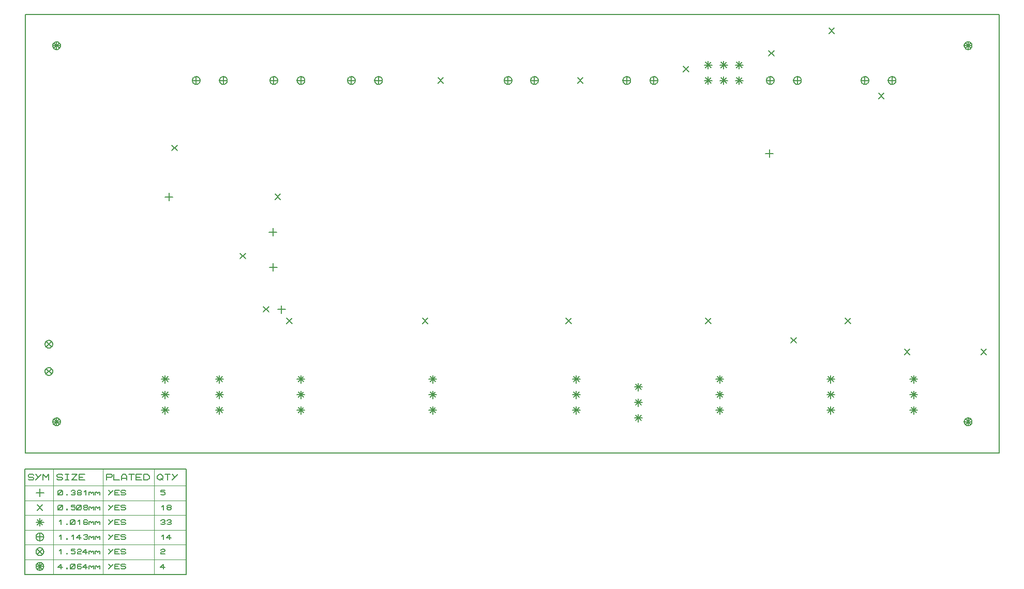
<source format=gbr>
G04 PROTEUS RS274X GERBER FILE*
%FSLAX45Y45*%
%MOMM*%
G01*
%ADD41C,0.203200*%
%ADD118C,0.127000*%
%ADD119C,0.063500*%
D41*
X-3379970Y-575928D02*
X-3379970Y-702928D01*
X-3443470Y-639428D02*
X-3316470Y-639428D01*
X-3374955Y-1151692D02*
X-3374955Y-1278692D01*
X-3438455Y-1215192D02*
X-3311455Y-1215192D01*
X-3238500Y-1841500D02*
X-3238500Y-1968500D01*
X-3302000Y-1905000D02*
X-3175000Y-1905000D01*
X-679901Y+1886401D02*
X-590099Y+1796599D01*
X-679901Y+1796599D02*
X-590099Y+1886401D01*
X+1606099Y+1886401D02*
X+1695901Y+1796599D01*
X+1606099Y+1796599D02*
X+1695901Y+1886401D01*
X+3338880Y+2072953D02*
X+3428682Y+1983151D01*
X+3338880Y+1983151D02*
X+3428682Y+2072953D01*
X-5034253Y+781034D02*
X-4944451Y+691232D01*
X-5034253Y+691232D02*
X-4944451Y+781034D01*
X-3346901Y-18599D02*
X-3257099Y-108401D01*
X-3346901Y-108401D02*
X-3257099Y-18599D01*
X+8210099Y-2558599D02*
X+8299901Y-2648401D01*
X+8210099Y-2648401D02*
X+8299901Y-2558599D01*
X+5987599Y-2050599D02*
X+6077401Y-2140401D01*
X+5987599Y-2140401D02*
X+6077401Y-2050599D01*
X+3701599Y-2050599D02*
X+3791401Y-2140401D01*
X+3701599Y-2140401D02*
X+3791401Y-2050599D01*
X+1415599Y-2050599D02*
X+1505401Y-2140401D01*
X+1415599Y-2140401D02*
X+1505401Y-2050599D01*
X-933901Y-2050599D02*
X-844099Y-2140401D01*
X-933901Y-2140401D02*
X-844099Y-2050599D01*
X-3156401Y-2050599D02*
X-3066599Y-2140401D01*
X-3156401Y-2140401D02*
X-3066599Y-2050599D01*
X-3537401Y-1860099D02*
X-3447599Y-1949901D01*
X-3537401Y-1949901D02*
X-3447599Y-1860099D01*
X-3918401Y-986465D02*
X-3828599Y-1076267D01*
X-3918401Y-1076267D02*
X-3828599Y-986465D01*
X-5080000Y+0D02*
X-5080000Y-127000D01*
X-5143500Y-63500D02*
X-5016500Y-63500D01*
X+5098599Y-2368099D02*
X+5188401Y-2457901D01*
X+5098599Y-2457901D02*
X+5188401Y-2368099D01*
X+6958588Y-2557396D02*
X+7048390Y-2647198D01*
X+6958588Y-2647198D02*
X+7048390Y-2557396D01*
X+4749800Y+711200D02*
X+4749800Y+584200D01*
X+4686300Y+647700D02*
X+4813300Y+647700D01*
X+5720899Y+2699201D02*
X+5810701Y+2609399D01*
X+5720899Y+2609399D02*
X+5810701Y+2699201D01*
X+6533699Y+1632401D02*
X+6623501Y+1542599D01*
X+6533699Y+1542599D02*
X+6623501Y+1632401D01*
X+4734247Y+2330901D02*
X+4824049Y+2241099D01*
X+4734247Y+2241099D02*
X+4824049Y+2330901D01*
X-6985000Y-2476500D02*
X-6985217Y-2471253D01*
X-6986982Y-2460758D01*
X-6990674Y-2450263D01*
X-6996702Y-2439768D01*
X-7005924Y-2429388D01*
X-7016419Y-2421700D01*
X-7026914Y-2416782D01*
X-7037409Y-2413976D01*
X-7047904Y-2413003D01*
X-7048500Y-2413000D01*
X-7112000Y-2476500D02*
X-7111783Y-2471253D01*
X-7110018Y-2460758D01*
X-7106326Y-2450263D01*
X-7100298Y-2439768D01*
X-7091076Y-2429388D01*
X-7080581Y-2421700D01*
X-7070086Y-2416782D01*
X-7059591Y-2413976D01*
X-7049096Y-2413003D01*
X-7048500Y-2413000D01*
X-7112000Y-2476500D02*
X-7111783Y-2481747D01*
X-7110018Y-2492242D01*
X-7106326Y-2502737D01*
X-7100298Y-2513232D01*
X-7091076Y-2523612D01*
X-7080581Y-2531300D01*
X-7070086Y-2536218D01*
X-7059591Y-2539024D01*
X-7049096Y-2539997D01*
X-7048500Y-2540000D01*
X-6985000Y-2476500D02*
X-6985217Y-2481747D01*
X-6986982Y-2492242D01*
X-6990674Y-2502737D01*
X-6996702Y-2513232D01*
X-7005924Y-2523612D01*
X-7016419Y-2531300D01*
X-7026914Y-2536218D01*
X-7037409Y-2539024D01*
X-7047904Y-2539997D01*
X-7048500Y-2540000D01*
X-7093401Y-2431599D02*
X-7003599Y-2521401D01*
X-7093401Y-2521401D02*
X-7003599Y-2431599D01*
X-6985000Y-2921000D02*
X-6985217Y-2915753D01*
X-6986982Y-2905258D01*
X-6990674Y-2894763D01*
X-6996702Y-2884268D01*
X-7005924Y-2873888D01*
X-7016419Y-2866200D01*
X-7026914Y-2861282D01*
X-7037409Y-2858476D01*
X-7047904Y-2857503D01*
X-7048500Y-2857500D01*
X-7112000Y-2921000D02*
X-7111783Y-2915753D01*
X-7110018Y-2905258D01*
X-7106326Y-2894763D01*
X-7100298Y-2884268D01*
X-7091076Y-2873888D01*
X-7080581Y-2866200D01*
X-7070086Y-2861282D01*
X-7059591Y-2858476D01*
X-7049096Y-2857503D01*
X-7048500Y-2857500D01*
X-7112000Y-2921000D02*
X-7111783Y-2926247D01*
X-7110018Y-2936742D01*
X-7106326Y-2947237D01*
X-7100298Y-2957732D01*
X-7091076Y-2968112D01*
X-7080581Y-2975800D01*
X-7070086Y-2980718D01*
X-7059591Y-2983524D01*
X-7049096Y-2984497D01*
X-7048500Y-2984500D01*
X-6985000Y-2921000D02*
X-6985217Y-2926247D01*
X-6986982Y-2936742D01*
X-6990674Y-2947237D01*
X-6996702Y-2957732D01*
X-7005924Y-2968112D01*
X-7016419Y-2975800D01*
X-7026914Y-2980718D01*
X-7037409Y-2983524D01*
X-7047904Y-2984497D01*
X-7048500Y-2984500D01*
X-7093401Y-2876099D02*
X-7003599Y-2965901D01*
X-7093401Y-2965901D02*
X-7003599Y-2876099D01*
X-2032000Y+1841500D02*
X-2032217Y+1846747D01*
X-2033982Y+1857242D01*
X-2037674Y+1867737D01*
X-2043702Y+1878232D01*
X-2052924Y+1888612D01*
X-2063419Y+1896300D01*
X-2073914Y+1901218D01*
X-2084409Y+1904024D01*
X-2094904Y+1904997D01*
X-2095500Y+1905000D01*
X-2159000Y+1841500D02*
X-2158783Y+1846747D01*
X-2157018Y+1857242D01*
X-2153326Y+1867737D01*
X-2147298Y+1878232D01*
X-2138076Y+1888612D01*
X-2127581Y+1896300D01*
X-2117086Y+1901218D01*
X-2106591Y+1904024D01*
X-2096096Y+1904997D01*
X-2095500Y+1905000D01*
X-2159000Y+1841500D02*
X-2158783Y+1836253D01*
X-2157018Y+1825758D01*
X-2153326Y+1815263D01*
X-2147298Y+1804768D01*
X-2138076Y+1794388D01*
X-2127581Y+1786700D01*
X-2117086Y+1781782D01*
X-2106591Y+1778976D01*
X-2096096Y+1778003D01*
X-2095500Y+1778000D01*
X-2032000Y+1841500D02*
X-2032217Y+1836253D01*
X-2033982Y+1825758D01*
X-2037674Y+1815263D01*
X-2043702Y+1804768D01*
X-2052924Y+1794388D01*
X-2063419Y+1786700D01*
X-2073914Y+1781782D01*
X-2084409Y+1778976D01*
X-2094904Y+1778003D01*
X-2095500Y+1778000D01*
X-2095500Y+1905000D02*
X-2095500Y+1778000D01*
X-2159000Y+1841500D02*
X-2032000Y+1841500D01*
X-1587500Y+1841500D02*
X-1587717Y+1846747D01*
X-1589482Y+1857242D01*
X-1593174Y+1867737D01*
X-1599202Y+1878232D01*
X-1608424Y+1888612D01*
X-1618919Y+1896300D01*
X-1629414Y+1901218D01*
X-1639909Y+1904024D01*
X-1650404Y+1904997D01*
X-1651000Y+1905000D01*
X-1714500Y+1841500D02*
X-1714283Y+1846747D01*
X-1712518Y+1857242D01*
X-1708826Y+1867737D01*
X-1702798Y+1878232D01*
X-1693576Y+1888612D01*
X-1683081Y+1896300D01*
X-1672586Y+1901218D01*
X-1662091Y+1904024D01*
X-1651596Y+1904997D01*
X-1651000Y+1905000D01*
X-1714500Y+1841500D02*
X-1714283Y+1836253D01*
X-1712518Y+1825758D01*
X-1708826Y+1815263D01*
X-1702798Y+1804768D01*
X-1693576Y+1794388D01*
X-1683081Y+1786700D01*
X-1672586Y+1781782D01*
X-1662091Y+1778976D01*
X-1651596Y+1778003D01*
X-1651000Y+1778000D01*
X-1587500Y+1841500D02*
X-1587717Y+1836253D01*
X-1589482Y+1825758D01*
X-1593174Y+1815263D01*
X-1599202Y+1804768D01*
X-1608424Y+1794388D01*
X-1618919Y+1786700D01*
X-1629414Y+1781782D01*
X-1639909Y+1778976D01*
X-1650404Y+1778003D01*
X-1651000Y+1778000D01*
X-1651000Y+1905000D02*
X-1651000Y+1778000D01*
X-1714500Y+1841500D02*
X-1587500Y+1841500D01*
X-2921000Y-3492500D02*
X-2921000Y-3619500D01*
X-2984500Y-3556000D02*
X-2857500Y-3556000D01*
X-2965901Y-3511099D02*
X-2876099Y-3600901D01*
X-2965901Y-3600901D02*
X-2876099Y-3511099D01*
X-2921000Y-2984500D02*
X-2921000Y-3111500D01*
X-2984500Y-3048000D02*
X-2857500Y-3048000D01*
X-2965901Y-3003099D02*
X-2876099Y-3092901D01*
X-2965901Y-3092901D02*
X-2876099Y-3003099D01*
X-2921000Y-3238500D02*
X-2921000Y-3365500D01*
X-2984500Y-3302000D02*
X-2857500Y-3302000D01*
X-2965901Y-3257099D02*
X-2876099Y-3346901D01*
X-2965901Y-3346901D02*
X-2876099Y-3257099D01*
X+965200Y+1841500D02*
X+964983Y+1846747D01*
X+963218Y+1857242D01*
X+959526Y+1867737D01*
X+953498Y+1878232D01*
X+944276Y+1888612D01*
X+933781Y+1896300D01*
X+923286Y+1901218D01*
X+912791Y+1904024D01*
X+902296Y+1904997D01*
X+901700Y+1905000D01*
X+838200Y+1841500D02*
X+838417Y+1846747D01*
X+840182Y+1857242D01*
X+843874Y+1867737D01*
X+849902Y+1878232D01*
X+859124Y+1888612D01*
X+869619Y+1896300D01*
X+880114Y+1901218D01*
X+890609Y+1904024D01*
X+901104Y+1904997D01*
X+901700Y+1905000D01*
X+838200Y+1841500D02*
X+838417Y+1836253D01*
X+840182Y+1825758D01*
X+843874Y+1815263D01*
X+849902Y+1804768D01*
X+859124Y+1794388D01*
X+869619Y+1786700D01*
X+880114Y+1781782D01*
X+890609Y+1778976D01*
X+901104Y+1778003D01*
X+901700Y+1778000D01*
X+965200Y+1841500D02*
X+964983Y+1836253D01*
X+963218Y+1825758D01*
X+959526Y+1815263D01*
X+953498Y+1804768D01*
X+944276Y+1794388D01*
X+933781Y+1786700D01*
X+923286Y+1781782D01*
X+912791Y+1778976D01*
X+902296Y+1778003D01*
X+901700Y+1778000D01*
X+901700Y+1905000D02*
X+901700Y+1778000D01*
X+838200Y+1841500D02*
X+965200Y+1841500D01*
X-762000Y-3492500D02*
X-762000Y-3619500D01*
X-825500Y-3556000D02*
X-698500Y-3556000D01*
X-806901Y-3511099D02*
X-717099Y-3600901D01*
X-806901Y-3600901D02*
X-717099Y-3511099D01*
X-762000Y-3238500D02*
X-762000Y-3365500D01*
X-825500Y-3302000D02*
X-698500Y-3302000D01*
X-806901Y-3257099D02*
X-717099Y-3346901D01*
X-806901Y-3346901D02*
X-717099Y-3257099D01*
X-762000Y-2984500D02*
X-762000Y-3111500D01*
X-825500Y-3048000D02*
X-698500Y-3048000D01*
X-806901Y-3003099D02*
X-717099Y-3092901D01*
X-806901Y-3092901D02*
X-717099Y-3003099D01*
X+1587500Y-3238500D02*
X+1587500Y-3365500D01*
X+1524000Y-3302000D02*
X+1651000Y-3302000D01*
X+1542599Y-3257099D02*
X+1632401Y-3346901D01*
X+1542599Y-3346901D02*
X+1632401Y-3257099D01*
X+1587500Y-3492500D02*
X+1587500Y-3619500D01*
X+1524000Y-3556000D02*
X+1651000Y-3556000D01*
X+1542599Y-3511099D02*
X+1632401Y-3600901D01*
X+1542599Y-3600901D02*
X+1632401Y-3511099D01*
X+1587500Y-2984500D02*
X+1587500Y-3111500D01*
X+1524000Y-3048000D02*
X+1651000Y-3048000D01*
X+1542599Y-3003099D02*
X+1632401Y-3092901D01*
X+1542599Y-3092901D02*
X+1632401Y-3003099D01*
X+2921000Y+1841500D02*
X+2920783Y+1846747D01*
X+2919018Y+1857242D01*
X+2915326Y+1867737D01*
X+2909298Y+1878232D01*
X+2900076Y+1888612D01*
X+2889581Y+1896300D01*
X+2879086Y+1901218D01*
X+2868591Y+1904024D01*
X+2858096Y+1904997D01*
X+2857500Y+1905000D01*
X+2794000Y+1841500D02*
X+2794217Y+1846747D01*
X+2795982Y+1857242D01*
X+2799674Y+1867737D01*
X+2805702Y+1878232D01*
X+2814924Y+1888612D01*
X+2825419Y+1896300D01*
X+2835914Y+1901218D01*
X+2846409Y+1904024D01*
X+2856904Y+1904997D01*
X+2857500Y+1905000D01*
X+2794000Y+1841500D02*
X+2794217Y+1836253D01*
X+2795982Y+1825758D01*
X+2799674Y+1815263D01*
X+2805702Y+1804768D01*
X+2814924Y+1794388D01*
X+2825419Y+1786700D01*
X+2835914Y+1781782D01*
X+2846409Y+1778976D01*
X+2856904Y+1778003D01*
X+2857500Y+1778000D01*
X+2921000Y+1841500D02*
X+2920783Y+1836253D01*
X+2919018Y+1825758D01*
X+2915326Y+1815263D01*
X+2909298Y+1804768D01*
X+2900076Y+1794388D01*
X+2889581Y+1786700D01*
X+2879086Y+1781782D01*
X+2868591Y+1778976D01*
X+2858096Y+1778003D01*
X+2857500Y+1778000D01*
X+2857500Y+1905000D02*
X+2857500Y+1778000D01*
X+2794000Y+1841500D02*
X+2921000Y+1841500D01*
X+3937000Y-3492500D02*
X+3937000Y-3619500D01*
X+3873500Y-3556000D02*
X+4000500Y-3556000D01*
X+3892099Y-3511099D02*
X+3981901Y-3600901D01*
X+3892099Y-3600901D02*
X+3981901Y-3511099D01*
X+5753100Y-3492500D02*
X+5753100Y-3619500D01*
X+5689600Y-3556000D02*
X+5816600Y-3556000D01*
X+5708199Y-3511099D02*
X+5798001Y-3600901D01*
X+5708199Y-3600901D02*
X+5798001Y-3511099D01*
X+3937000Y-2984500D02*
X+3937000Y-3111500D01*
X+3873500Y-3048000D02*
X+4000500Y-3048000D01*
X+3892099Y-3003099D02*
X+3981901Y-3092901D01*
X+3892099Y-3092901D02*
X+3981901Y-3003099D01*
X+5753100Y-2984500D02*
X+5753100Y-3111500D01*
X+5689600Y-3048000D02*
X+5816600Y-3048000D01*
X+5708199Y-3003099D02*
X+5798001Y-3092901D01*
X+5708199Y-3092901D02*
X+5798001Y-3003099D01*
X+3937000Y-3238500D02*
X+3937000Y-3365500D01*
X+3873500Y-3302000D02*
X+4000500Y-3302000D01*
X+3892099Y-3257099D02*
X+3981901Y-3346901D01*
X+3892099Y-3346901D02*
X+3981901Y-3257099D01*
X+5753100Y-3238500D02*
X+5753100Y-3365500D01*
X+5689600Y-3302000D02*
X+5816600Y-3302000D01*
X+5708199Y-3257099D02*
X+5798001Y-3346901D01*
X+5708199Y-3346901D02*
X+5798001Y-3257099D01*
X+5270500Y+1841500D02*
X+5270283Y+1846747D01*
X+5268518Y+1857242D01*
X+5264826Y+1867737D01*
X+5258798Y+1878232D01*
X+5249576Y+1888612D01*
X+5239081Y+1896300D01*
X+5228586Y+1901218D01*
X+5218091Y+1904024D01*
X+5207596Y+1904997D01*
X+5207000Y+1905000D01*
X+5143500Y+1841500D02*
X+5143717Y+1846747D01*
X+5145482Y+1857242D01*
X+5149174Y+1867737D01*
X+5155202Y+1878232D01*
X+5164424Y+1888612D01*
X+5174919Y+1896300D01*
X+5185414Y+1901218D01*
X+5195909Y+1904024D01*
X+5206404Y+1904997D01*
X+5207000Y+1905000D01*
X+5143500Y+1841500D02*
X+5143717Y+1836253D01*
X+5145482Y+1825758D01*
X+5149174Y+1815263D01*
X+5155202Y+1804768D01*
X+5164424Y+1794388D01*
X+5174919Y+1786700D01*
X+5185414Y+1781782D01*
X+5195909Y+1778976D01*
X+5206404Y+1778003D01*
X+5207000Y+1778000D01*
X+5270500Y+1841500D02*
X+5270283Y+1836253D01*
X+5268518Y+1825758D01*
X+5264826Y+1815263D01*
X+5258798Y+1804768D01*
X+5249576Y+1794388D01*
X+5239081Y+1786700D01*
X+5228586Y+1781782D01*
X+5218091Y+1778976D01*
X+5207596Y+1778003D01*
X+5207000Y+1778000D01*
X+5207000Y+1905000D02*
X+5207000Y+1778000D01*
X+5143500Y+1841500D02*
X+5270500Y+1841500D01*
X+6819900Y+1841500D02*
X+6819683Y+1846747D01*
X+6817918Y+1857242D01*
X+6814226Y+1867737D01*
X+6808198Y+1878232D01*
X+6798976Y+1888612D01*
X+6788481Y+1896300D01*
X+6777986Y+1901218D01*
X+6767491Y+1904024D01*
X+6756996Y+1904997D01*
X+6756400Y+1905000D01*
X+6692900Y+1841500D02*
X+6693117Y+1846747D01*
X+6694882Y+1857242D01*
X+6698574Y+1867737D01*
X+6704602Y+1878232D01*
X+6713824Y+1888612D01*
X+6724319Y+1896300D01*
X+6734814Y+1901218D01*
X+6745309Y+1904024D01*
X+6755804Y+1904997D01*
X+6756400Y+1905000D01*
X+6692900Y+1841500D02*
X+6693117Y+1836253D01*
X+6694882Y+1825758D01*
X+6698574Y+1815263D01*
X+6704602Y+1804768D01*
X+6713824Y+1794388D01*
X+6724319Y+1786700D01*
X+6734814Y+1781782D01*
X+6745309Y+1778976D01*
X+6755804Y+1778003D01*
X+6756400Y+1778000D01*
X+6819900Y+1841500D02*
X+6819683Y+1836253D01*
X+6817918Y+1825758D01*
X+6814226Y+1815263D01*
X+6808198Y+1804768D01*
X+6798976Y+1794388D01*
X+6788481Y+1786700D01*
X+6777986Y+1781782D01*
X+6767491Y+1778976D01*
X+6756996Y+1778003D01*
X+6756400Y+1778000D01*
X+6756400Y+1905000D02*
X+6756400Y+1778000D01*
X+6692900Y+1841500D02*
X+6819900Y+1841500D01*
X+7112000Y-3238500D02*
X+7112000Y-3365500D01*
X+7048500Y-3302000D02*
X+7175500Y-3302000D01*
X+7067099Y-3257099D02*
X+7156901Y-3346901D01*
X+7067099Y-3346901D02*
X+7156901Y-3257099D01*
X+7112000Y-3492500D02*
X+7112000Y-3619500D01*
X+7048500Y-3556000D02*
X+7175500Y-3556000D01*
X+7067099Y-3511099D02*
X+7156901Y-3600901D01*
X+7067099Y-3600901D02*
X+7156901Y-3511099D01*
X+7112000Y-2984500D02*
X+7112000Y-3111500D01*
X+7048500Y-3048000D02*
X+7175500Y-3048000D01*
X+7067099Y-3003099D02*
X+7156901Y-3092901D01*
X+7067099Y-3092901D02*
X+7156901Y-3003099D01*
X+6375400Y+1841500D02*
X+6375183Y+1846747D01*
X+6373418Y+1857242D01*
X+6369726Y+1867737D01*
X+6363698Y+1878232D01*
X+6354476Y+1888612D01*
X+6343981Y+1896300D01*
X+6333486Y+1901218D01*
X+6322991Y+1904024D01*
X+6312496Y+1904997D01*
X+6311900Y+1905000D01*
X+6248400Y+1841500D02*
X+6248617Y+1846747D01*
X+6250382Y+1857242D01*
X+6254074Y+1867737D01*
X+6260102Y+1878232D01*
X+6269324Y+1888612D01*
X+6279819Y+1896300D01*
X+6290314Y+1901218D01*
X+6300809Y+1904024D01*
X+6311304Y+1904997D01*
X+6311900Y+1905000D01*
X+6248400Y+1841500D02*
X+6248617Y+1836253D01*
X+6250382Y+1825758D01*
X+6254074Y+1815263D01*
X+6260102Y+1804768D01*
X+6269324Y+1794388D01*
X+6279819Y+1786700D01*
X+6290314Y+1781782D01*
X+6300809Y+1778976D01*
X+6311304Y+1778003D01*
X+6311900Y+1778000D01*
X+6375400Y+1841500D02*
X+6375183Y+1836253D01*
X+6373418Y+1825758D01*
X+6369726Y+1815263D01*
X+6363698Y+1804768D01*
X+6354476Y+1794388D01*
X+6343981Y+1786700D01*
X+6333486Y+1781782D01*
X+6322991Y+1778976D01*
X+6312496Y+1778003D01*
X+6311900Y+1778000D01*
X+6311900Y+1905000D02*
X+6311900Y+1778000D01*
X+6248400Y+1841500D02*
X+6375400Y+1841500D01*
X-4254500Y-3492500D02*
X-4254500Y-3619500D01*
X-4318000Y-3556000D02*
X-4191000Y-3556000D01*
X-4299401Y-3511099D02*
X-4209599Y-3600901D01*
X-4299401Y-3600901D02*
X-4209599Y-3511099D01*
X-6858000Y-3746500D02*
X-6858217Y-3741253D01*
X-6859982Y-3730758D01*
X-6863674Y-3720263D01*
X-6869702Y-3709768D01*
X-6878924Y-3699388D01*
X-6889419Y-3691700D01*
X-6899914Y-3686782D01*
X-6910409Y-3683976D01*
X-6920904Y-3683003D01*
X-6921500Y-3683000D01*
X-6985000Y-3746500D02*
X-6984783Y-3741253D01*
X-6983018Y-3730758D01*
X-6979326Y-3720263D01*
X-6973298Y-3709768D01*
X-6964076Y-3699388D01*
X-6953581Y-3691700D01*
X-6943086Y-3686782D01*
X-6932591Y-3683976D01*
X-6922096Y-3683003D01*
X-6921500Y-3683000D01*
X-6985000Y-3746500D02*
X-6984783Y-3751747D01*
X-6983018Y-3762242D01*
X-6979326Y-3772737D01*
X-6973298Y-3783232D01*
X-6964076Y-3793612D01*
X-6953581Y-3801300D01*
X-6943086Y-3806218D01*
X-6932591Y-3809024D01*
X-6922096Y-3809997D01*
X-6921500Y-3810000D01*
X-6858000Y-3746500D02*
X-6858217Y-3751747D01*
X-6859982Y-3762242D01*
X-6863674Y-3772737D01*
X-6869702Y-3783232D01*
X-6878924Y-3793612D01*
X-6889419Y-3801300D01*
X-6899914Y-3806218D01*
X-6910409Y-3809024D01*
X-6920904Y-3809997D01*
X-6921500Y-3810000D01*
X-6921500Y-3683000D02*
X-6921500Y-3810000D01*
X-6985000Y-3746500D02*
X-6858000Y-3746500D01*
X-6858217Y-3741253D01*
X-6859982Y-3730758D01*
X-6863674Y-3720263D01*
X-6869702Y-3709768D01*
X-6878924Y-3699388D01*
X-6889419Y-3691700D01*
X-6899914Y-3686782D01*
X-6910409Y-3683976D01*
X-6920904Y-3683003D01*
X-6921500Y-3683000D01*
X-6985000Y-3746500D02*
X-6984783Y-3741253D01*
X-6983018Y-3730758D01*
X-6979326Y-3720263D01*
X-6973298Y-3709768D01*
X-6964076Y-3699388D01*
X-6953581Y-3691700D01*
X-6943086Y-3686782D01*
X-6932591Y-3683976D01*
X-6922096Y-3683003D01*
X-6921500Y-3683000D01*
X-6985000Y-3746500D02*
X-6984783Y-3751747D01*
X-6983018Y-3762242D01*
X-6979326Y-3772737D01*
X-6973298Y-3783232D01*
X-6964076Y-3793612D01*
X-6953581Y-3801300D01*
X-6943086Y-3806218D01*
X-6932591Y-3809024D01*
X-6922096Y-3809997D01*
X-6921500Y-3810000D01*
X-6858000Y-3746500D02*
X-6858217Y-3751747D01*
X-6859982Y-3762242D01*
X-6863674Y-3772737D01*
X-6869702Y-3783232D01*
X-6878924Y-3793612D01*
X-6889419Y-3801300D01*
X-6899914Y-3806218D01*
X-6910409Y-3809024D01*
X-6920904Y-3809997D01*
X-6921500Y-3810000D01*
X-6966401Y-3701599D02*
X-6876599Y-3791401D01*
X-6966401Y-3791401D02*
X-6876599Y-3701599D01*
X-6858000Y+2413000D02*
X-6858217Y+2418247D01*
X-6859982Y+2428742D01*
X-6863674Y+2439237D01*
X-6869702Y+2449732D01*
X-6878924Y+2460112D01*
X-6889419Y+2467800D01*
X-6899914Y+2472718D01*
X-6910409Y+2475524D01*
X-6920904Y+2476497D01*
X-6921500Y+2476500D01*
X-6985000Y+2413000D02*
X-6984783Y+2418247D01*
X-6983018Y+2428742D01*
X-6979326Y+2439237D01*
X-6973298Y+2449732D01*
X-6964076Y+2460112D01*
X-6953581Y+2467800D01*
X-6943086Y+2472718D01*
X-6932591Y+2475524D01*
X-6922096Y+2476497D01*
X-6921500Y+2476500D01*
X-6985000Y+2413000D02*
X-6984783Y+2407753D01*
X-6983018Y+2397258D01*
X-6979326Y+2386763D01*
X-6973298Y+2376268D01*
X-6964076Y+2365888D01*
X-6953581Y+2358200D01*
X-6943086Y+2353282D01*
X-6932591Y+2350476D01*
X-6922096Y+2349503D01*
X-6921500Y+2349500D01*
X-6858000Y+2413000D02*
X-6858217Y+2407753D01*
X-6859982Y+2397258D01*
X-6863674Y+2386763D01*
X-6869702Y+2376268D01*
X-6878924Y+2365888D01*
X-6889419Y+2358200D01*
X-6899914Y+2353282D01*
X-6910409Y+2350476D01*
X-6920904Y+2349503D01*
X-6921500Y+2349500D01*
X-6921500Y+2476500D02*
X-6921500Y+2349500D01*
X-6985000Y+2413000D02*
X-6858000Y+2413000D01*
X-6858217Y+2418247D01*
X-6859982Y+2428742D01*
X-6863674Y+2439237D01*
X-6869702Y+2449732D01*
X-6878924Y+2460112D01*
X-6889419Y+2467800D01*
X-6899914Y+2472718D01*
X-6910409Y+2475524D01*
X-6920904Y+2476497D01*
X-6921500Y+2476500D01*
X-6985000Y+2413000D02*
X-6984783Y+2418247D01*
X-6983018Y+2428742D01*
X-6979326Y+2439237D01*
X-6973298Y+2449732D01*
X-6964076Y+2460112D01*
X-6953581Y+2467800D01*
X-6943086Y+2472718D01*
X-6932591Y+2475524D01*
X-6922096Y+2476497D01*
X-6921500Y+2476500D01*
X-6985000Y+2413000D02*
X-6984783Y+2407753D01*
X-6983018Y+2397258D01*
X-6979326Y+2386763D01*
X-6973298Y+2376268D01*
X-6964076Y+2365888D01*
X-6953581Y+2358200D01*
X-6943086Y+2353282D01*
X-6932591Y+2350476D01*
X-6922096Y+2349503D01*
X-6921500Y+2349500D01*
X-6858000Y+2413000D02*
X-6858217Y+2407753D01*
X-6859982Y+2397258D01*
X-6863674Y+2386763D01*
X-6869702Y+2376268D01*
X-6878924Y+2365888D01*
X-6889419Y+2358200D01*
X-6899914Y+2353282D01*
X-6910409Y+2350476D01*
X-6920904Y+2349503D01*
X-6921500Y+2349500D01*
X-6966401Y+2457901D02*
X-6876599Y+2368099D01*
X-6966401Y+2368099D02*
X-6876599Y+2457901D01*
X+8064500Y+2413000D02*
X+8064283Y+2418247D01*
X+8062518Y+2428742D01*
X+8058826Y+2439237D01*
X+8052798Y+2449732D01*
X+8043576Y+2460112D01*
X+8033081Y+2467800D01*
X+8022586Y+2472718D01*
X+8012091Y+2475524D01*
X+8001596Y+2476497D01*
X+8001000Y+2476500D01*
X+7937500Y+2413000D02*
X+7937717Y+2418247D01*
X+7939482Y+2428742D01*
X+7943174Y+2439237D01*
X+7949202Y+2449732D01*
X+7958424Y+2460112D01*
X+7968919Y+2467800D01*
X+7979414Y+2472718D01*
X+7989909Y+2475524D01*
X+8000404Y+2476497D01*
X+8001000Y+2476500D01*
X+7937500Y+2413000D02*
X+7937717Y+2407753D01*
X+7939482Y+2397258D01*
X+7943174Y+2386763D01*
X+7949202Y+2376268D01*
X+7958424Y+2365888D01*
X+7968919Y+2358200D01*
X+7979414Y+2353282D01*
X+7989909Y+2350476D01*
X+8000404Y+2349503D01*
X+8001000Y+2349500D01*
X+8064500Y+2413000D02*
X+8064283Y+2407753D01*
X+8062518Y+2397258D01*
X+8058826Y+2386763D01*
X+8052798Y+2376268D01*
X+8043576Y+2365888D01*
X+8033081Y+2358200D01*
X+8022586Y+2353282D01*
X+8012091Y+2350476D01*
X+8001596Y+2349503D01*
X+8001000Y+2349500D01*
X+8001000Y+2476500D02*
X+8001000Y+2349500D01*
X+7937500Y+2413000D02*
X+8064500Y+2413000D01*
X+8064283Y+2418247D01*
X+8062518Y+2428742D01*
X+8058826Y+2439237D01*
X+8052798Y+2449732D01*
X+8043576Y+2460112D01*
X+8033081Y+2467800D01*
X+8022586Y+2472718D01*
X+8012091Y+2475524D01*
X+8001596Y+2476497D01*
X+8001000Y+2476500D01*
X+7937500Y+2413000D02*
X+7937717Y+2418247D01*
X+7939482Y+2428742D01*
X+7943174Y+2439237D01*
X+7949202Y+2449732D01*
X+7958424Y+2460112D01*
X+7968919Y+2467800D01*
X+7979414Y+2472718D01*
X+7989909Y+2475524D01*
X+8000404Y+2476497D01*
X+8001000Y+2476500D01*
X+7937500Y+2413000D02*
X+7937717Y+2407753D01*
X+7939482Y+2397258D01*
X+7943174Y+2386763D01*
X+7949202Y+2376268D01*
X+7958424Y+2365888D01*
X+7968919Y+2358200D01*
X+7979414Y+2353282D01*
X+7989909Y+2350476D01*
X+8000404Y+2349503D01*
X+8001000Y+2349500D01*
X+8064500Y+2413000D02*
X+8064283Y+2407753D01*
X+8062518Y+2397258D01*
X+8058826Y+2386763D01*
X+8052798Y+2376268D01*
X+8043576Y+2365888D01*
X+8033081Y+2358200D01*
X+8022586Y+2353282D01*
X+8012091Y+2350476D01*
X+8001596Y+2349503D01*
X+8001000Y+2349500D01*
X+7956099Y+2457901D02*
X+8045901Y+2368099D01*
X+7956099Y+2368099D02*
X+8045901Y+2457901D01*
X+8064500Y-3746500D02*
X+8064283Y-3741253D01*
X+8062518Y-3730758D01*
X+8058826Y-3720263D01*
X+8052798Y-3709768D01*
X+8043576Y-3699388D01*
X+8033081Y-3691700D01*
X+8022586Y-3686782D01*
X+8012091Y-3683976D01*
X+8001596Y-3683003D01*
X+8001000Y-3683000D01*
X+7937500Y-3746500D02*
X+7937717Y-3741253D01*
X+7939482Y-3730758D01*
X+7943174Y-3720263D01*
X+7949202Y-3709768D01*
X+7958424Y-3699388D01*
X+7968919Y-3691700D01*
X+7979414Y-3686782D01*
X+7989909Y-3683976D01*
X+8000404Y-3683003D01*
X+8001000Y-3683000D01*
X+7937500Y-3746500D02*
X+7937717Y-3751747D01*
X+7939482Y-3762242D01*
X+7943174Y-3772737D01*
X+7949202Y-3783232D01*
X+7958424Y-3793612D01*
X+7968919Y-3801300D01*
X+7979414Y-3806218D01*
X+7989909Y-3809024D01*
X+8000404Y-3809997D01*
X+8001000Y-3810000D01*
X+8064500Y-3746500D02*
X+8064283Y-3751747D01*
X+8062518Y-3762242D01*
X+8058826Y-3772737D01*
X+8052798Y-3783232D01*
X+8043576Y-3793612D01*
X+8033081Y-3801300D01*
X+8022586Y-3806218D01*
X+8012091Y-3809024D01*
X+8001596Y-3809997D01*
X+8001000Y-3810000D01*
X+8001000Y-3683000D02*
X+8001000Y-3810000D01*
X+7937500Y-3746500D02*
X+8064500Y-3746500D01*
X+8064283Y-3741253D01*
X+8062518Y-3730758D01*
X+8058826Y-3720263D01*
X+8052798Y-3709768D01*
X+8043576Y-3699388D01*
X+8033081Y-3691700D01*
X+8022586Y-3686782D01*
X+8012091Y-3683976D01*
X+8001596Y-3683003D01*
X+8001000Y-3683000D01*
X+7937500Y-3746500D02*
X+7937717Y-3741253D01*
X+7939482Y-3730758D01*
X+7943174Y-3720263D01*
X+7949202Y-3709768D01*
X+7958424Y-3699388D01*
X+7968919Y-3691700D01*
X+7979414Y-3686782D01*
X+7989909Y-3683976D01*
X+8000404Y-3683003D01*
X+8001000Y-3683000D01*
X+7937500Y-3746500D02*
X+7937717Y-3751747D01*
X+7939482Y-3762242D01*
X+7943174Y-3772737D01*
X+7949202Y-3783232D01*
X+7958424Y-3793612D01*
X+7968919Y-3801300D01*
X+7979414Y-3806218D01*
X+7989909Y-3809024D01*
X+8000404Y-3809997D01*
X+8001000Y-3810000D01*
X+8064500Y-3746500D02*
X+8064283Y-3751747D01*
X+8062518Y-3762242D01*
X+8058826Y-3772737D01*
X+8052798Y-3783232D01*
X+8043576Y-3793612D01*
X+8033081Y-3801300D01*
X+8022586Y-3806218D01*
X+8012091Y-3809024D01*
X+8001596Y-3809997D01*
X+8001000Y-3810000D01*
X+7956099Y-3701599D02*
X+8045901Y-3791401D01*
X+7956099Y-3791401D02*
X+8045901Y-3701599D01*
X-4127500Y+1841500D02*
X-4127717Y+1846747D01*
X-4129482Y+1857242D01*
X-4133174Y+1867737D01*
X-4139202Y+1878232D01*
X-4148424Y+1888612D01*
X-4158919Y+1896300D01*
X-4169414Y+1901218D01*
X-4179909Y+1904024D01*
X-4190404Y+1904997D01*
X-4191000Y+1905000D01*
X-4254500Y+1841500D02*
X-4254283Y+1846747D01*
X-4252518Y+1857242D01*
X-4248826Y+1867737D01*
X-4242798Y+1878232D01*
X-4233576Y+1888612D01*
X-4223081Y+1896300D01*
X-4212586Y+1901218D01*
X-4202091Y+1904024D01*
X-4191596Y+1904997D01*
X-4191000Y+1905000D01*
X-4254500Y+1841500D02*
X-4254283Y+1836253D01*
X-4252518Y+1825758D01*
X-4248826Y+1815263D01*
X-4242798Y+1804768D01*
X-4233576Y+1794388D01*
X-4223081Y+1786700D01*
X-4212586Y+1781782D01*
X-4202091Y+1778976D01*
X-4191596Y+1778003D01*
X-4191000Y+1778000D01*
X-4127500Y+1841500D02*
X-4127717Y+1836253D01*
X-4129482Y+1825758D01*
X-4133174Y+1815263D01*
X-4139202Y+1804768D01*
X-4148424Y+1794388D01*
X-4158919Y+1786700D01*
X-4169414Y+1781782D01*
X-4179909Y+1778976D01*
X-4190404Y+1778003D01*
X-4191000Y+1778000D01*
X-4191000Y+1905000D02*
X-4191000Y+1778000D01*
X-4254500Y+1841500D02*
X-4127500Y+1841500D01*
X-4572000Y+1841500D02*
X-4572217Y+1846747D01*
X-4573982Y+1857242D01*
X-4577674Y+1867737D01*
X-4583702Y+1878232D01*
X-4592924Y+1888612D01*
X-4603419Y+1896300D01*
X-4613914Y+1901218D01*
X-4624409Y+1904024D01*
X-4634904Y+1904997D01*
X-4635500Y+1905000D01*
X-4699000Y+1841500D02*
X-4698783Y+1846747D01*
X-4697018Y+1857242D01*
X-4693326Y+1867737D01*
X-4687298Y+1878232D01*
X-4678076Y+1888612D01*
X-4667581Y+1896300D01*
X-4657086Y+1901218D01*
X-4646591Y+1904024D01*
X-4636096Y+1904997D01*
X-4635500Y+1905000D01*
X-4699000Y+1841500D02*
X-4698783Y+1836253D01*
X-4697018Y+1825758D01*
X-4693326Y+1815263D01*
X-4687298Y+1804768D01*
X-4678076Y+1794388D01*
X-4667581Y+1786700D01*
X-4657086Y+1781782D01*
X-4646591Y+1778976D01*
X-4636096Y+1778003D01*
X-4635500Y+1778000D01*
X-4572000Y+1841500D02*
X-4572217Y+1836253D01*
X-4573982Y+1825758D01*
X-4577674Y+1815263D01*
X-4583702Y+1804768D01*
X-4592924Y+1794388D01*
X-4603419Y+1786700D01*
X-4613914Y+1781782D01*
X-4624409Y+1778976D01*
X-4634904Y+1778003D01*
X-4635500Y+1778000D01*
X-4635500Y+1905000D02*
X-4635500Y+1778000D01*
X-4699000Y+1841500D02*
X-4572000Y+1841500D01*
X-2857500Y+1841500D02*
X-2857717Y+1846747D01*
X-2859482Y+1857242D01*
X-2863174Y+1867737D01*
X-2869202Y+1878232D01*
X-2878424Y+1888612D01*
X-2888919Y+1896300D01*
X-2899414Y+1901218D01*
X-2909909Y+1904024D01*
X-2920404Y+1904997D01*
X-2921000Y+1905000D01*
X-2984500Y+1841500D02*
X-2984283Y+1846747D01*
X-2982518Y+1857242D01*
X-2978826Y+1867737D01*
X-2972798Y+1878232D01*
X-2963576Y+1888612D01*
X-2953081Y+1896300D01*
X-2942586Y+1901218D01*
X-2932091Y+1904024D01*
X-2921596Y+1904997D01*
X-2921000Y+1905000D01*
X-2984500Y+1841500D02*
X-2984283Y+1836253D01*
X-2982518Y+1825758D01*
X-2978826Y+1815263D01*
X-2972798Y+1804768D01*
X-2963576Y+1794388D01*
X-2953081Y+1786700D01*
X-2942586Y+1781782D01*
X-2932091Y+1778976D01*
X-2921596Y+1778003D01*
X-2921000Y+1778000D01*
X-2857500Y+1841500D02*
X-2857717Y+1836253D01*
X-2859482Y+1825758D01*
X-2863174Y+1815263D01*
X-2869202Y+1804768D01*
X-2878424Y+1794388D01*
X-2888919Y+1786700D01*
X-2899414Y+1781782D01*
X-2909909Y+1778976D01*
X-2920404Y+1778003D01*
X-2921000Y+1778000D01*
X-2921000Y+1905000D02*
X-2921000Y+1778000D01*
X-2984500Y+1841500D02*
X-2857500Y+1841500D01*
X-3302000Y+1841500D02*
X-3302217Y+1846747D01*
X-3303982Y+1857242D01*
X-3307674Y+1867737D01*
X-3313702Y+1878232D01*
X-3322924Y+1888612D01*
X-3333419Y+1896300D01*
X-3343914Y+1901218D01*
X-3354409Y+1904024D01*
X-3364904Y+1904997D01*
X-3365500Y+1905000D01*
X-3429000Y+1841500D02*
X-3428783Y+1846747D01*
X-3427018Y+1857242D01*
X-3423326Y+1867737D01*
X-3417298Y+1878232D01*
X-3408076Y+1888612D01*
X-3397581Y+1896300D01*
X-3387086Y+1901218D01*
X-3376591Y+1904024D01*
X-3366096Y+1904997D01*
X-3365500Y+1905000D01*
X-3429000Y+1841500D02*
X-3428783Y+1836253D01*
X-3427018Y+1825758D01*
X-3423326Y+1815263D01*
X-3417298Y+1804768D01*
X-3408076Y+1794388D01*
X-3397581Y+1786700D01*
X-3387086Y+1781782D01*
X-3376591Y+1778976D01*
X-3366096Y+1778003D01*
X-3365500Y+1778000D01*
X-3302000Y+1841500D02*
X-3302217Y+1836253D01*
X-3303982Y+1825758D01*
X-3307674Y+1815263D01*
X-3313702Y+1804768D01*
X-3322924Y+1794388D01*
X-3333419Y+1786700D01*
X-3343914Y+1781782D01*
X-3354409Y+1778976D01*
X-3364904Y+1778003D01*
X-3365500Y+1778000D01*
X-3365500Y+1905000D02*
X-3365500Y+1778000D01*
X-3429000Y+1841500D02*
X-3302000Y+1841500D01*
X-4254500Y-2984500D02*
X-4254500Y-3111500D01*
X-4318000Y-3048000D02*
X-4191000Y-3048000D01*
X-4299401Y-3003099D02*
X-4209599Y-3092901D01*
X-4299401Y-3092901D02*
X-4209599Y-3003099D01*
X-4254500Y-3238500D02*
X-4254500Y-3365500D01*
X-4318000Y-3302000D02*
X-4191000Y-3302000D01*
X-4299401Y-3257099D02*
X-4209599Y-3346901D01*
X-4299401Y-3346901D02*
X-4209599Y-3257099D01*
X+3746500Y+2159000D02*
X+3746500Y+2032000D01*
X+3683000Y+2095500D02*
X+3810000Y+2095500D01*
X+3701599Y+2140401D02*
X+3791401Y+2050599D01*
X+3701599Y+2050599D02*
X+3791401Y+2140401D01*
X+2603500Y-3111500D02*
X+2603500Y-3238500D01*
X+2540000Y-3175000D02*
X+2667000Y-3175000D01*
X+2558599Y-3130099D02*
X+2648401Y-3219901D01*
X+2558599Y-3219901D02*
X+2648401Y-3130099D01*
X+3746500Y+1905000D02*
X+3746500Y+1778000D01*
X+3683000Y+1841500D02*
X+3810000Y+1841500D01*
X+3701599Y+1886401D02*
X+3791401Y+1796599D01*
X+3701599Y+1796599D02*
X+3791401Y+1886401D01*
X+4000500Y+2159000D02*
X+4000500Y+2032000D01*
X+3937000Y+2095500D02*
X+4064000Y+2095500D01*
X+3955599Y+2140401D02*
X+4045401Y+2050599D01*
X+3955599Y+2050599D02*
X+4045401Y+2140401D01*
X+2603500Y-3365500D02*
X+2603500Y-3492500D01*
X+2540000Y-3429000D02*
X+2667000Y-3429000D01*
X+2558599Y-3384099D02*
X+2648401Y-3473901D01*
X+2558599Y-3473901D02*
X+2648401Y-3384099D01*
X+4000500Y+1905000D02*
X+4000500Y+1778000D01*
X+3937000Y+1841500D02*
X+4064000Y+1841500D01*
X+3955599Y+1886401D02*
X+4045401Y+1796599D01*
X+3955599Y+1796599D02*
X+4045401Y+1886401D01*
X+4254500Y+2159000D02*
X+4254500Y+2032000D01*
X+4191000Y+2095500D02*
X+4318000Y+2095500D01*
X+4209599Y+2140401D02*
X+4299401Y+2050599D01*
X+4209599Y+2050599D02*
X+4299401Y+2140401D01*
X+2603500Y-3619500D02*
X+2603500Y-3746500D01*
X+2540000Y-3683000D02*
X+2667000Y-3683000D01*
X+2558599Y-3638099D02*
X+2648401Y-3727901D01*
X+2558599Y-3727901D02*
X+2648401Y-3638099D01*
X+4254500Y+1905000D02*
X+4254500Y+1778000D01*
X+4191000Y+1841500D02*
X+4318000Y+1841500D01*
X+4209599Y+1886401D02*
X+4299401Y+1796599D01*
X+4209599Y+1796599D02*
X+4299401Y+1886401D01*
X-5143500Y-2984500D02*
X-5143500Y-3111500D01*
X-5207000Y-3048000D02*
X-5080000Y-3048000D01*
X-5188401Y-3003099D02*
X-5098599Y-3092901D01*
X-5188401Y-3092901D02*
X-5098599Y-3003099D01*
X-5143500Y-3238500D02*
X-5143500Y-3365500D01*
X-5207000Y-3302000D02*
X-5080000Y-3302000D01*
X-5188401Y-3257099D02*
X-5098599Y-3346901D01*
X-5188401Y-3346901D02*
X-5098599Y-3257099D01*
X-5143500Y-3492500D02*
X-5143500Y-3619500D01*
X-5207000Y-3556000D02*
X-5080000Y-3556000D01*
X-5188401Y-3511099D02*
X-5098599Y-3600901D01*
X-5188401Y-3600901D02*
X-5098599Y-3511099D01*
X+533400Y+1841500D02*
X+533183Y+1846747D01*
X+531418Y+1857242D01*
X+527726Y+1867737D01*
X+521698Y+1878232D01*
X+512476Y+1888612D01*
X+501981Y+1896300D01*
X+491486Y+1901218D01*
X+480991Y+1904024D01*
X+470496Y+1904997D01*
X+469900Y+1905000D01*
X+406400Y+1841500D02*
X+406617Y+1846747D01*
X+408382Y+1857242D01*
X+412074Y+1867737D01*
X+418102Y+1878232D01*
X+427324Y+1888612D01*
X+437819Y+1896300D01*
X+448314Y+1901218D01*
X+458809Y+1904024D01*
X+469304Y+1904997D01*
X+469900Y+1905000D01*
X+406400Y+1841500D02*
X+406617Y+1836253D01*
X+408382Y+1825758D01*
X+412074Y+1815263D01*
X+418102Y+1804768D01*
X+427324Y+1794388D01*
X+437819Y+1786700D01*
X+448314Y+1781782D01*
X+458809Y+1778976D01*
X+469304Y+1778003D01*
X+469900Y+1778000D01*
X+533400Y+1841500D02*
X+533183Y+1836253D01*
X+531418Y+1825758D01*
X+527726Y+1815263D01*
X+521698Y+1804768D01*
X+512476Y+1794388D01*
X+501981Y+1786700D01*
X+491486Y+1781782D01*
X+480991Y+1778976D01*
X+470496Y+1778003D01*
X+469900Y+1778000D01*
X+469900Y+1905000D02*
X+469900Y+1778000D01*
X+406400Y+1841500D02*
X+533400Y+1841500D01*
X+2476500Y+1841500D02*
X+2476283Y+1846747D01*
X+2474518Y+1857242D01*
X+2470826Y+1867737D01*
X+2464798Y+1878232D01*
X+2455576Y+1888612D01*
X+2445081Y+1896300D01*
X+2434586Y+1901218D01*
X+2424091Y+1904024D01*
X+2413596Y+1904997D01*
X+2413000Y+1905000D01*
X+2349500Y+1841500D02*
X+2349717Y+1846747D01*
X+2351482Y+1857242D01*
X+2355174Y+1867737D01*
X+2361202Y+1878232D01*
X+2370424Y+1888612D01*
X+2380919Y+1896300D01*
X+2391414Y+1901218D01*
X+2401909Y+1904024D01*
X+2412404Y+1904997D01*
X+2413000Y+1905000D01*
X+2349500Y+1841500D02*
X+2349717Y+1836253D01*
X+2351482Y+1825758D01*
X+2355174Y+1815263D01*
X+2361202Y+1804768D01*
X+2370424Y+1794388D01*
X+2380919Y+1786700D01*
X+2391414Y+1781782D01*
X+2401909Y+1778976D01*
X+2412404Y+1778003D01*
X+2413000Y+1778000D01*
X+2476500Y+1841500D02*
X+2476283Y+1836253D01*
X+2474518Y+1825758D01*
X+2470826Y+1815263D01*
X+2464798Y+1804768D01*
X+2455576Y+1794388D01*
X+2445081Y+1786700D01*
X+2434586Y+1781782D01*
X+2424091Y+1778976D01*
X+2413596Y+1778003D01*
X+2413000Y+1778000D01*
X+2413000Y+1905000D02*
X+2413000Y+1778000D01*
X+2349500Y+1841500D02*
X+2476500Y+1841500D01*
X+4826000Y+1841500D02*
X+4825783Y+1846747D01*
X+4824018Y+1857242D01*
X+4820326Y+1867737D01*
X+4814298Y+1878232D01*
X+4805076Y+1888612D01*
X+4794581Y+1896300D01*
X+4784086Y+1901218D01*
X+4773591Y+1904024D01*
X+4763096Y+1904997D01*
X+4762500Y+1905000D01*
X+4699000Y+1841500D02*
X+4699217Y+1846747D01*
X+4700982Y+1857242D01*
X+4704674Y+1867737D01*
X+4710702Y+1878232D01*
X+4719924Y+1888612D01*
X+4730419Y+1896300D01*
X+4740914Y+1901218D01*
X+4751409Y+1904024D01*
X+4761904Y+1904997D01*
X+4762500Y+1905000D01*
X+4699000Y+1841500D02*
X+4699217Y+1836253D01*
X+4700982Y+1825758D01*
X+4704674Y+1815263D01*
X+4710702Y+1804768D01*
X+4719924Y+1794388D01*
X+4730419Y+1786700D01*
X+4740914Y+1781782D01*
X+4751409Y+1778976D01*
X+4761904Y+1778003D01*
X+4762500Y+1778000D01*
X+4826000Y+1841500D02*
X+4825783Y+1836253D01*
X+4824018Y+1825758D01*
X+4820326Y+1815263D01*
X+4814298Y+1804768D01*
X+4805076Y+1794388D01*
X+4794581Y+1786700D01*
X+4784086Y+1781782D01*
X+4773591Y+1778976D01*
X+4763096Y+1778003D01*
X+4762500Y+1778000D01*
X+4762500Y+1905000D02*
X+4762500Y+1778000D01*
X+4699000Y+1841500D02*
X+4826000Y+1841500D01*
X-7429500Y-4254500D02*
X+8509000Y-4254500D01*
X+8509000Y+2921000D01*
X-7429500Y+2921000D01*
X-7429500Y-4254500D01*
D118*
X-7442200Y-6248400D02*
X-4798060Y-6248400D01*
X-4798060Y-4521200D01*
X-7442200Y-4521200D01*
X-7442200Y-6248400D01*
D119*
X-6974838Y-4521200D02*
X-6974838Y-6248400D01*
X-6162038Y-4521200D02*
X-6162038Y-6248400D01*
X-5328918Y-4521200D02*
X-5328918Y-6248400D01*
X-7442200Y-4794250D02*
X-4798060Y-4794250D01*
X-7442200Y-5035550D02*
X-4798060Y-5035550D01*
X-7442200Y-5276850D02*
X-4798060Y-5276850D01*
X-7442200Y-5518150D02*
X-4798060Y-5518150D01*
X-7442200Y-5759450D02*
X-4798060Y-5759450D01*
X-7442200Y-6000750D02*
X-4798060Y-6000750D01*
D118*
X-7385050Y-4685030D02*
X-7369810Y-4700270D01*
X-7308850Y-4700270D01*
X-7293610Y-4685030D01*
X-7293610Y-4669790D01*
X-7308850Y-4654550D01*
X-7369810Y-4654550D01*
X-7385050Y-4639310D01*
X-7385050Y-4624070D01*
X-7369810Y-4608830D01*
X-7308850Y-4608830D01*
X-7293610Y-4624070D01*
X-7171690Y-4608830D02*
X-7263130Y-4700270D01*
X-7263130Y-4608830D02*
X-7217410Y-4654550D01*
X-7141210Y-4700270D02*
X-7141210Y-4608830D01*
X-7095490Y-4654550D01*
X-7049770Y-4608830D01*
X-7049770Y-4700270D01*
X-6917690Y-4685030D02*
X-6902450Y-4700270D01*
X-6841490Y-4700270D01*
X-6826250Y-4685030D01*
X-6826250Y-4669790D01*
X-6841490Y-4654550D01*
X-6902450Y-4654550D01*
X-6917690Y-4639310D01*
X-6917690Y-4624070D01*
X-6902450Y-4608830D01*
X-6841490Y-4608830D01*
X-6826250Y-4624070D01*
X-6780530Y-4608830D02*
X-6719570Y-4608830D01*
X-6750050Y-4608830D02*
X-6750050Y-4700270D01*
X-6780530Y-4700270D02*
X-6719570Y-4700270D01*
X-6673850Y-4608830D02*
X-6582410Y-4608830D01*
X-6673850Y-4700270D01*
X-6582410Y-4700270D01*
X-6460490Y-4700270D02*
X-6551930Y-4700270D01*
X-6551930Y-4608830D01*
X-6460490Y-4608830D01*
X-6551930Y-4654550D02*
X-6490970Y-4654550D01*
X-6104890Y-4700270D02*
X-6104890Y-4608830D01*
X-6028690Y-4608830D01*
X-6013450Y-4624070D01*
X-6013450Y-4639310D01*
X-6028690Y-4654550D01*
X-6104890Y-4654550D01*
X-5982970Y-4608830D02*
X-5982970Y-4700270D01*
X-5891530Y-4700270D01*
X-5861050Y-4700270D02*
X-5861050Y-4639310D01*
X-5830570Y-4608830D01*
X-5800090Y-4608830D01*
X-5769610Y-4639310D01*
X-5769610Y-4700270D01*
X-5861050Y-4669790D02*
X-5769610Y-4669790D01*
X-5739130Y-4608830D02*
X-5647690Y-4608830D01*
X-5693410Y-4608830D02*
X-5693410Y-4700270D01*
X-5525770Y-4700270D02*
X-5617210Y-4700270D01*
X-5617210Y-4608830D01*
X-5525770Y-4608830D01*
X-5617210Y-4654550D02*
X-5556250Y-4654550D01*
X-5495290Y-4700270D02*
X-5495290Y-4608830D01*
X-5434330Y-4608830D01*
X-5403850Y-4639310D01*
X-5403850Y-4669790D01*
X-5434330Y-4700270D01*
X-5495290Y-4700270D01*
X-5271770Y-4639310D02*
X-5241290Y-4608830D01*
X-5210810Y-4608830D01*
X-5180330Y-4639310D01*
X-5180330Y-4669790D01*
X-5210810Y-4700270D01*
X-5241290Y-4700270D01*
X-5271770Y-4669790D01*
X-5271770Y-4639310D01*
X-5210810Y-4669790D02*
X-5180330Y-4700270D01*
X-5149850Y-4608830D02*
X-5058410Y-4608830D01*
X-5104130Y-4608830D02*
X-5104130Y-4700270D01*
X-4936490Y-4608830D02*
X-5027930Y-4700270D01*
X-5027930Y-4608830D02*
X-4982210Y-4654550D01*
D41*
X-7195820Y-4845050D02*
X-7195820Y-4972050D01*
X-7259320Y-4908550D02*
X-7132320Y-4908550D01*
D118*
X-6898640Y-4933950D02*
X-6898640Y-4883150D01*
X-6885940Y-4870450D01*
X-6835140Y-4870450D01*
X-6822440Y-4883150D01*
X-6822440Y-4933950D01*
X-6835140Y-4946650D01*
X-6885940Y-4946650D01*
X-6898640Y-4933950D01*
X-6898640Y-4946650D02*
X-6822440Y-4870450D01*
X-6758940Y-4933950D02*
X-6746240Y-4933950D01*
X-6746240Y-4946650D01*
X-6758940Y-4946650D01*
X-6758940Y-4933950D01*
X-6682740Y-4883150D02*
X-6670040Y-4870450D01*
X-6631940Y-4870450D01*
X-6619240Y-4883150D01*
X-6619240Y-4895850D01*
X-6631940Y-4908550D01*
X-6619240Y-4921250D01*
X-6619240Y-4933950D01*
X-6631940Y-4946650D01*
X-6670040Y-4946650D01*
X-6682740Y-4933950D01*
X-6657340Y-4908550D02*
X-6631940Y-4908550D01*
X-6568440Y-4908550D02*
X-6581140Y-4895850D01*
X-6581140Y-4883150D01*
X-6568440Y-4870450D01*
X-6530340Y-4870450D01*
X-6517640Y-4883150D01*
X-6517640Y-4895850D01*
X-6530340Y-4908550D01*
X-6568440Y-4908550D01*
X-6581140Y-4921250D01*
X-6581140Y-4933950D01*
X-6568440Y-4946650D01*
X-6530340Y-4946650D01*
X-6517640Y-4933950D01*
X-6517640Y-4921250D01*
X-6530340Y-4908550D01*
X-6466840Y-4895850D02*
X-6441440Y-4870450D01*
X-6441440Y-4946650D01*
X-6390640Y-4946650D02*
X-6390640Y-4895850D01*
X-6390640Y-4908550D02*
X-6377940Y-4895850D01*
X-6352540Y-4921250D01*
X-6327140Y-4895850D01*
X-6314440Y-4908550D01*
X-6314440Y-4946650D01*
X-6289040Y-4946650D02*
X-6289040Y-4895850D01*
X-6289040Y-4908550D02*
X-6276340Y-4895850D01*
X-6250940Y-4921250D01*
X-6225540Y-4895850D01*
X-6212840Y-4908550D01*
X-6212840Y-4946650D01*
X-5996940Y-4870450D02*
X-6073140Y-4946650D01*
X-6073140Y-4870450D02*
X-6035040Y-4908550D01*
X-5895340Y-4946650D02*
X-5971540Y-4946650D01*
X-5971540Y-4870450D01*
X-5895340Y-4870450D01*
X-5971540Y-4908550D02*
X-5920740Y-4908550D01*
X-5869940Y-4933950D02*
X-5857240Y-4946650D01*
X-5806440Y-4946650D01*
X-5793740Y-4933950D01*
X-5793740Y-4921250D01*
X-5806440Y-4908550D01*
X-5857240Y-4908550D01*
X-5869940Y-4895850D01*
X-5869940Y-4883150D01*
X-5857240Y-4870450D01*
X-5806440Y-4870450D01*
X-5793740Y-4883150D01*
X-5151120Y-4870450D02*
X-5214620Y-4870450D01*
X-5214620Y-4895850D01*
X-5163820Y-4895850D01*
X-5151120Y-4908550D01*
X-5151120Y-4933950D01*
X-5163820Y-4946650D01*
X-5201920Y-4946650D01*
X-5214620Y-4933950D01*
D41*
X-7240721Y-5104949D02*
X-7150919Y-5194751D01*
X-7240721Y-5194751D02*
X-7150919Y-5104949D01*
D118*
X-6898640Y-5175250D02*
X-6898640Y-5124450D01*
X-6885940Y-5111750D01*
X-6835140Y-5111750D01*
X-6822440Y-5124450D01*
X-6822440Y-5175250D01*
X-6835140Y-5187950D01*
X-6885940Y-5187950D01*
X-6898640Y-5175250D01*
X-6898640Y-5187950D02*
X-6822440Y-5111750D01*
X-6758940Y-5175250D02*
X-6746240Y-5175250D01*
X-6746240Y-5187950D01*
X-6758940Y-5187950D01*
X-6758940Y-5175250D01*
X-6619240Y-5111750D02*
X-6682740Y-5111750D01*
X-6682740Y-5137150D01*
X-6631940Y-5137150D01*
X-6619240Y-5149850D01*
X-6619240Y-5175250D01*
X-6631940Y-5187950D01*
X-6670040Y-5187950D01*
X-6682740Y-5175250D01*
X-6593840Y-5175250D02*
X-6593840Y-5124450D01*
X-6581140Y-5111750D01*
X-6530340Y-5111750D01*
X-6517640Y-5124450D01*
X-6517640Y-5175250D01*
X-6530340Y-5187950D01*
X-6581140Y-5187950D01*
X-6593840Y-5175250D01*
X-6593840Y-5187950D02*
X-6517640Y-5111750D01*
X-6466840Y-5149850D02*
X-6479540Y-5137150D01*
X-6479540Y-5124450D01*
X-6466840Y-5111750D01*
X-6428740Y-5111750D01*
X-6416040Y-5124450D01*
X-6416040Y-5137150D01*
X-6428740Y-5149850D01*
X-6466840Y-5149850D01*
X-6479540Y-5162550D01*
X-6479540Y-5175250D01*
X-6466840Y-5187950D01*
X-6428740Y-5187950D01*
X-6416040Y-5175250D01*
X-6416040Y-5162550D01*
X-6428740Y-5149850D01*
X-6390640Y-5187950D02*
X-6390640Y-5137150D01*
X-6390640Y-5149850D02*
X-6377940Y-5137150D01*
X-6352540Y-5162550D01*
X-6327140Y-5137150D01*
X-6314440Y-5149850D01*
X-6314440Y-5187950D01*
X-6289040Y-5187950D02*
X-6289040Y-5137150D01*
X-6289040Y-5149850D02*
X-6276340Y-5137150D01*
X-6250940Y-5162550D01*
X-6225540Y-5137150D01*
X-6212840Y-5149850D01*
X-6212840Y-5187950D01*
X-5996940Y-5111750D02*
X-6073140Y-5187950D01*
X-6073140Y-5111750D02*
X-6035040Y-5149850D01*
X-5895340Y-5187950D02*
X-5971540Y-5187950D01*
X-5971540Y-5111750D01*
X-5895340Y-5111750D01*
X-5971540Y-5149850D02*
X-5920740Y-5149850D01*
X-5869940Y-5175250D02*
X-5857240Y-5187950D01*
X-5806440Y-5187950D01*
X-5793740Y-5175250D01*
X-5793740Y-5162550D01*
X-5806440Y-5149850D01*
X-5857240Y-5149850D01*
X-5869940Y-5137150D01*
X-5869940Y-5124450D01*
X-5857240Y-5111750D01*
X-5806440Y-5111750D01*
X-5793740Y-5124450D01*
X-5201920Y-5137150D02*
X-5176520Y-5111750D01*
X-5176520Y-5187950D01*
X-5100320Y-5149850D02*
X-5113020Y-5137150D01*
X-5113020Y-5124450D01*
X-5100320Y-5111750D01*
X-5062220Y-5111750D01*
X-5049520Y-5124450D01*
X-5049520Y-5137150D01*
X-5062220Y-5149850D01*
X-5100320Y-5149850D01*
X-5113020Y-5162550D01*
X-5113020Y-5175250D01*
X-5100320Y-5187950D01*
X-5062220Y-5187950D01*
X-5049520Y-5175250D01*
X-5049520Y-5162550D01*
X-5062220Y-5149850D01*
D41*
X-7195820Y-5327650D02*
X-7195820Y-5454650D01*
X-7259320Y-5391150D02*
X-7132320Y-5391150D01*
X-7240721Y-5346249D02*
X-7150919Y-5436051D01*
X-7240721Y-5436051D02*
X-7150919Y-5346249D01*
D118*
X-6873240Y-5378450D02*
X-6847840Y-5353050D01*
X-6847840Y-5429250D01*
X-6758940Y-5416550D02*
X-6746240Y-5416550D01*
X-6746240Y-5429250D01*
X-6758940Y-5429250D01*
X-6758940Y-5416550D01*
X-6695440Y-5416550D02*
X-6695440Y-5365750D01*
X-6682740Y-5353050D01*
X-6631940Y-5353050D01*
X-6619240Y-5365750D01*
X-6619240Y-5416550D01*
X-6631940Y-5429250D01*
X-6682740Y-5429250D01*
X-6695440Y-5416550D01*
X-6695440Y-5429250D02*
X-6619240Y-5353050D01*
X-6568440Y-5378450D02*
X-6543040Y-5353050D01*
X-6543040Y-5429250D01*
X-6416040Y-5365750D02*
X-6428740Y-5353050D01*
X-6466840Y-5353050D01*
X-6479540Y-5365750D01*
X-6479540Y-5416550D01*
X-6466840Y-5429250D01*
X-6428740Y-5429250D01*
X-6416040Y-5416550D01*
X-6416040Y-5403850D01*
X-6428740Y-5391150D01*
X-6479540Y-5391150D01*
X-6390640Y-5429250D02*
X-6390640Y-5378450D01*
X-6390640Y-5391150D02*
X-6377940Y-5378450D01*
X-6352540Y-5403850D01*
X-6327140Y-5378450D01*
X-6314440Y-5391150D01*
X-6314440Y-5429250D01*
X-6289040Y-5429250D02*
X-6289040Y-5378450D01*
X-6289040Y-5391150D02*
X-6276340Y-5378450D01*
X-6250940Y-5403850D01*
X-6225540Y-5378450D01*
X-6212840Y-5391150D01*
X-6212840Y-5429250D01*
X-5996940Y-5353050D02*
X-6073140Y-5429250D01*
X-6073140Y-5353050D02*
X-6035040Y-5391150D01*
X-5895340Y-5429250D02*
X-5971540Y-5429250D01*
X-5971540Y-5353050D01*
X-5895340Y-5353050D01*
X-5971540Y-5391150D02*
X-5920740Y-5391150D01*
X-5869940Y-5416550D02*
X-5857240Y-5429250D01*
X-5806440Y-5429250D01*
X-5793740Y-5416550D01*
X-5793740Y-5403850D01*
X-5806440Y-5391150D01*
X-5857240Y-5391150D01*
X-5869940Y-5378450D01*
X-5869940Y-5365750D01*
X-5857240Y-5353050D01*
X-5806440Y-5353050D01*
X-5793740Y-5365750D01*
X-5214620Y-5365750D02*
X-5201920Y-5353050D01*
X-5163820Y-5353050D01*
X-5151120Y-5365750D01*
X-5151120Y-5378450D01*
X-5163820Y-5391150D01*
X-5151120Y-5403850D01*
X-5151120Y-5416550D01*
X-5163820Y-5429250D01*
X-5201920Y-5429250D01*
X-5214620Y-5416550D01*
X-5189220Y-5391150D02*
X-5163820Y-5391150D01*
X-5113020Y-5365750D02*
X-5100320Y-5353050D01*
X-5062220Y-5353050D01*
X-5049520Y-5365750D01*
X-5049520Y-5378450D01*
X-5062220Y-5391150D01*
X-5049520Y-5403850D01*
X-5049520Y-5416550D01*
X-5062220Y-5429250D01*
X-5100320Y-5429250D01*
X-5113020Y-5416550D01*
X-5087620Y-5391150D02*
X-5062220Y-5391150D01*
D41*
X-7132320Y-5632450D02*
X-7132537Y-5627203D01*
X-7134302Y-5616708D01*
X-7137994Y-5606213D01*
X-7144022Y-5595718D01*
X-7153244Y-5585338D01*
X-7163739Y-5577650D01*
X-7174234Y-5572732D01*
X-7184729Y-5569926D01*
X-7195224Y-5568953D01*
X-7195820Y-5568950D01*
X-7259320Y-5632450D02*
X-7259103Y-5627203D01*
X-7257338Y-5616708D01*
X-7253646Y-5606213D01*
X-7247618Y-5595718D01*
X-7238396Y-5585338D01*
X-7227901Y-5577650D01*
X-7217406Y-5572732D01*
X-7206911Y-5569926D01*
X-7196416Y-5568953D01*
X-7195820Y-5568950D01*
X-7259320Y-5632450D02*
X-7259103Y-5637697D01*
X-7257338Y-5648192D01*
X-7253646Y-5658687D01*
X-7247618Y-5669182D01*
X-7238396Y-5679562D01*
X-7227901Y-5687250D01*
X-7217406Y-5692168D01*
X-7206911Y-5694974D01*
X-7196416Y-5695947D01*
X-7195820Y-5695950D01*
X-7132320Y-5632450D02*
X-7132537Y-5637697D01*
X-7134302Y-5648192D01*
X-7137994Y-5658687D01*
X-7144022Y-5669182D01*
X-7153244Y-5679562D01*
X-7163739Y-5687250D01*
X-7174234Y-5692168D01*
X-7184729Y-5694974D01*
X-7195224Y-5695947D01*
X-7195820Y-5695950D01*
X-7195820Y-5568950D02*
X-7195820Y-5695950D01*
X-7259320Y-5632450D02*
X-7132320Y-5632450D01*
D118*
X-6873240Y-5619750D02*
X-6847840Y-5594350D01*
X-6847840Y-5670550D01*
X-6758940Y-5657850D02*
X-6746240Y-5657850D01*
X-6746240Y-5670550D01*
X-6758940Y-5670550D01*
X-6758940Y-5657850D01*
X-6670040Y-5619750D02*
X-6644640Y-5594350D01*
X-6644640Y-5670550D01*
X-6517640Y-5645150D02*
X-6593840Y-5645150D01*
X-6543040Y-5594350D01*
X-6543040Y-5670550D01*
X-6479540Y-5607050D02*
X-6466840Y-5594350D01*
X-6428740Y-5594350D01*
X-6416040Y-5607050D01*
X-6416040Y-5619750D01*
X-6428740Y-5632450D01*
X-6416040Y-5645150D01*
X-6416040Y-5657850D01*
X-6428740Y-5670550D01*
X-6466840Y-5670550D01*
X-6479540Y-5657850D01*
X-6454140Y-5632450D02*
X-6428740Y-5632450D01*
X-6390640Y-5670550D02*
X-6390640Y-5619750D01*
X-6390640Y-5632450D02*
X-6377940Y-5619750D01*
X-6352540Y-5645150D01*
X-6327140Y-5619750D01*
X-6314440Y-5632450D01*
X-6314440Y-5670550D01*
X-6289040Y-5670550D02*
X-6289040Y-5619750D01*
X-6289040Y-5632450D02*
X-6276340Y-5619750D01*
X-6250940Y-5645150D01*
X-6225540Y-5619750D01*
X-6212840Y-5632450D01*
X-6212840Y-5670550D01*
X-5996940Y-5594350D02*
X-6073140Y-5670550D01*
X-6073140Y-5594350D02*
X-6035040Y-5632450D01*
X-5895340Y-5670550D02*
X-5971540Y-5670550D01*
X-5971540Y-5594350D01*
X-5895340Y-5594350D01*
X-5971540Y-5632450D02*
X-5920740Y-5632450D01*
X-5869940Y-5657850D02*
X-5857240Y-5670550D01*
X-5806440Y-5670550D01*
X-5793740Y-5657850D01*
X-5793740Y-5645150D01*
X-5806440Y-5632450D01*
X-5857240Y-5632450D01*
X-5869940Y-5619750D01*
X-5869940Y-5607050D01*
X-5857240Y-5594350D01*
X-5806440Y-5594350D01*
X-5793740Y-5607050D01*
X-5201920Y-5619750D02*
X-5176520Y-5594350D01*
X-5176520Y-5670550D01*
X-5049520Y-5645150D02*
X-5125720Y-5645150D01*
X-5074920Y-5594350D01*
X-5074920Y-5670550D01*
D41*
X-7132320Y-5873750D02*
X-7132537Y-5868503D01*
X-7134302Y-5858008D01*
X-7137994Y-5847513D01*
X-7144022Y-5837018D01*
X-7153244Y-5826638D01*
X-7163739Y-5818950D01*
X-7174234Y-5814032D01*
X-7184729Y-5811226D01*
X-7195224Y-5810253D01*
X-7195820Y-5810250D01*
X-7259320Y-5873750D02*
X-7259103Y-5868503D01*
X-7257338Y-5858008D01*
X-7253646Y-5847513D01*
X-7247618Y-5837018D01*
X-7238396Y-5826638D01*
X-7227901Y-5818950D01*
X-7217406Y-5814032D01*
X-7206911Y-5811226D01*
X-7196416Y-5810253D01*
X-7195820Y-5810250D01*
X-7259320Y-5873750D02*
X-7259103Y-5878997D01*
X-7257338Y-5889492D01*
X-7253646Y-5899987D01*
X-7247618Y-5910482D01*
X-7238396Y-5920862D01*
X-7227901Y-5928550D01*
X-7217406Y-5933468D01*
X-7206911Y-5936274D01*
X-7196416Y-5937247D01*
X-7195820Y-5937250D01*
X-7132320Y-5873750D02*
X-7132537Y-5878997D01*
X-7134302Y-5889492D01*
X-7137994Y-5899987D01*
X-7144022Y-5910482D01*
X-7153244Y-5920862D01*
X-7163739Y-5928550D01*
X-7174234Y-5933468D01*
X-7184729Y-5936274D01*
X-7195224Y-5937247D01*
X-7195820Y-5937250D01*
X-7240721Y-5828849D02*
X-7150919Y-5918651D01*
X-7240721Y-5918651D02*
X-7150919Y-5828849D01*
D118*
X-6873240Y-5861050D02*
X-6847840Y-5835650D01*
X-6847840Y-5911850D01*
X-6758940Y-5899150D02*
X-6746240Y-5899150D01*
X-6746240Y-5911850D01*
X-6758940Y-5911850D01*
X-6758940Y-5899150D01*
X-6619240Y-5835650D02*
X-6682740Y-5835650D01*
X-6682740Y-5861050D01*
X-6631940Y-5861050D01*
X-6619240Y-5873750D01*
X-6619240Y-5899150D01*
X-6631940Y-5911850D01*
X-6670040Y-5911850D01*
X-6682740Y-5899150D01*
X-6581140Y-5848350D02*
X-6568440Y-5835650D01*
X-6530340Y-5835650D01*
X-6517640Y-5848350D01*
X-6517640Y-5861050D01*
X-6530340Y-5873750D01*
X-6568440Y-5873750D01*
X-6581140Y-5886450D01*
X-6581140Y-5911850D01*
X-6517640Y-5911850D01*
X-6416040Y-5886450D02*
X-6492240Y-5886450D01*
X-6441440Y-5835650D01*
X-6441440Y-5911850D01*
X-6390640Y-5911850D02*
X-6390640Y-5861050D01*
X-6390640Y-5873750D02*
X-6377940Y-5861050D01*
X-6352540Y-5886450D01*
X-6327140Y-5861050D01*
X-6314440Y-5873750D01*
X-6314440Y-5911850D01*
X-6289040Y-5911850D02*
X-6289040Y-5861050D01*
X-6289040Y-5873750D02*
X-6276340Y-5861050D01*
X-6250940Y-5886450D01*
X-6225540Y-5861050D01*
X-6212840Y-5873750D01*
X-6212840Y-5911850D01*
X-5996940Y-5835650D02*
X-6073140Y-5911850D01*
X-6073140Y-5835650D02*
X-6035040Y-5873750D01*
X-5895340Y-5911850D02*
X-5971540Y-5911850D01*
X-5971540Y-5835650D01*
X-5895340Y-5835650D01*
X-5971540Y-5873750D02*
X-5920740Y-5873750D01*
X-5869940Y-5899150D02*
X-5857240Y-5911850D01*
X-5806440Y-5911850D01*
X-5793740Y-5899150D01*
X-5793740Y-5886450D01*
X-5806440Y-5873750D01*
X-5857240Y-5873750D01*
X-5869940Y-5861050D01*
X-5869940Y-5848350D01*
X-5857240Y-5835650D01*
X-5806440Y-5835650D01*
X-5793740Y-5848350D01*
X-5214620Y-5848350D02*
X-5201920Y-5835650D01*
X-5163820Y-5835650D01*
X-5151120Y-5848350D01*
X-5151120Y-5861050D01*
X-5163820Y-5873750D01*
X-5201920Y-5873750D01*
X-5214620Y-5886450D01*
X-5214620Y-5911850D01*
X-5151120Y-5911850D01*
D41*
X-7132320Y-6115050D02*
X-7132537Y-6109803D01*
X-7134302Y-6099308D01*
X-7137994Y-6088813D01*
X-7144022Y-6078318D01*
X-7153244Y-6067938D01*
X-7163739Y-6060250D01*
X-7174234Y-6055332D01*
X-7184729Y-6052526D01*
X-7195224Y-6051553D01*
X-7195820Y-6051550D01*
X-7259320Y-6115050D02*
X-7259103Y-6109803D01*
X-7257338Y-6099308D01*
X-7253646Y-6088813D01*
X-7247618Y-6078318D01*
X-7238396Y-6067938D01*
X-7227901Y-6060250D01*
X-7217406Y-6055332D01*
X-7206911Y-6052526D01*
X-7196416Y-6051553D01*
X-7195820Y-6051550D01*
X-7259320Y-6115050D02*
X-7259103Y-6120297D01*
X-7257338Y-6130792D01*
X-7253646Y-6141287D01*
X-7247618Y-6151782D01*
X-7238396Y-6162162D01*
X-7227901Y-6169850D01*
X-7217406Y-6174768D01*
X-7206911Y-6177574D01*
X-7196416Y-6178547D01*
X-7195820Y-6178550D01*
X-7132320Y-6115050D02*
X-7132537Y-6120297D01*
X-7134302Y-6130792D01*
X-7137994Y-6141287D01*
X-7144022Y-6151782D01*
X-7153244Y-6162162D01*
X-7163739Y-6169850D01*
X-7174234Y-6174768D01*
X-7184729Y-6177574D01*
X-7195224Y-6178547D01*
X-7195820Y-6178550D01*
X-7195820Y-6051550D02*
X-7195820Y-6178550D01*
X-7259320Y-6115050D02*
X-7132320Y-6115050D01*
X-7132537Y-6109803D01*
X-7134302Y-6099308D01*
X-7137994Y-6088813D01*
X-7144022Y-6078318D01*
X-7153244Y-6067938D01*
X-7163739Y-6060250D01*
X-7174234Y-6055332D01*
X-7184729Y-6052526D01*
X-7195224Y-6051553D01*
X-7195820Y-6051550D01*
X-7259320Y-6115050D02*
X-7259103Y-6109803D01*
X-7257338Y-6099308D01*
X-7253646Y-6088813D01*
X-7247618Y-6078318D01*
X-7238396Y-6067938D01*
X-7227901Y-6060250D01*
X-7217406Y-6055332D01*
X-7206911Y-6052526D01*
X-7196416Y-6051553D01*
X-7195820Y-6051550D01*
X-7259320Y-6115050D02*
X-7259103Y-6120297D01*
X-7257338Y-6130792D01*
X-7253646Y-6141287D01*
X-7247618Y-6151782D01*
X-7238396Y-6162162D01*
X-7227901Y-6169850D01*
X-7217406Y-6174768D01*
X-7206911Y-6177574D01*
X-7196416Y-6178547D01*
X-7195820Y-6178550D01*
X-7132320Y-6115050D02*
X-7132537Y-6120297D01*
X-7134302Y-6130792D01*
X-7137994Y-6141287D01*
X-7144022Y-6151782D01*
X-7153244Y-6162162D01*
X-7163739Y-6169850D01*
X-7174234Y-6174768D01*
X-7184729Y-6177574D01*
X-7195224Y-6178547D01*
X-7195820Y-6178550D01*
X-7240721Y-6070149D02*
X-7150919Y-6159951D01*
X-7240721Y-6159951D02*
X-7150919Y-6070149D01*
D118*
X-6822440Y-6127750D02*
X-6898640Y-6127750D01*
X-6847840Y-6076950D01*
X-6847840Y-6153150D01*
X-6758940Y-6140450D02*
X-6746240Y-6140450D01*
X-6746240Y-6153150D01*
X-6758940Y-6153150D01*
X-6758940Y-6140450D01*
X-6695440Y-6140450D02*
X-6695440Y-6089650D01*
X-6682740Y-6076950D01*
X-6631940Y-6076950D01*
X-6619240Y-6089650D01*
X-6619240Y-6140450D01*
X-6631940Y-6153150D01*
X-6682740Y-6153150D01*
X-6695440Y-6140450D01*
X-6695440Y-6153150D02*
X-6619240Y-6076950D01*
X-6517640Y-6089650D02*
X-6530340Y-6076950D01*
X-6568440Y-6076950D01*
X-6581140Y-6089650D01*
X-6581140Y-6140450D01*
X-6568440Y-6153150D01*
X-6530340Y-6153150D01*
X-6517640Y-6140450D01*
X-6517640Y-6127750D01*
X-6530340Y-6115050D01*
X-6581140Y-6115050D01*
X-6416040Y-6127750D02*
X-6492240Y-6127750D01*
X-6441440Y-6076950D01*
X-6441440Y-6153150D01*
X-6390640Y-6153150D02*
X-6390640Y-6102350D01*
X-6390640Y-6115050D02*
X-6377940Y-6102350D01*
X-6352540Y-6127750D01*
X-6327140Y-6102350D01*
X-6314440Y-6115050D01*
X-6314440Y-6153150D01*
X-6289040Y-6153150D02*
X-6289040Y-6102350D01*
X-6289040Y-6115050D02*
X-6276340Y-6102350D01*
X-6250940Y-6127750D01*
X-6225540Y-6102350D01*
X-6212840Y-6115050D01*
X-6212840Y-6153150D01*
X-5996940Y-6076950D02*
X-6073140Y-6153150D01*
X-6073140Y-6076950D02*
X-6035040Y-6115050D01*
X-5895340Y-6153150D02*
X-5971540Y-6153150D01*
X-5971540Y-6076950D01*
X-5895340Y-6076950D01*
X-5971540Y-6115050D02*
X-5920740Y-6115050D01*
X-5869940Y-6140450D02*
X-5857240Y-6153150D01*
X-5806440Y-6153150D01*
X-5793740Y-6140450D01*
X-5793740Y-6127750D01*
X-5806440Y-6115050D01*
X-5857240Y-6115050D01*
X-5869940Y-6102350D01*
X-5869940Y-6089650D01*
X-5857240Y-6076950D01*
X-5806440Y-6076950D01*
X-5793740Y-6089650D01*
X-5151120Y-6127750D02*
X-5227320Y-6127750D01*
X-5176520Y-6076950D01*
X-5176520Y-6153150D01*
M02*

</source>
